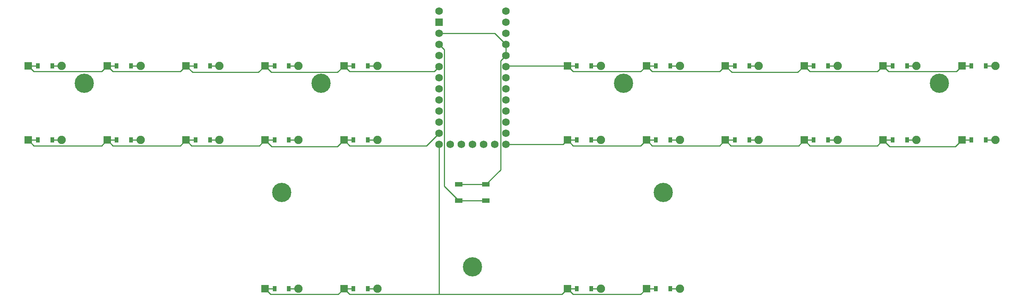
<source format=gbr>
%TF.GenerationSoftware,KiCad,Pcbnew,9.0.0*%
%TF.CreationDate,2025-03-10T18:29:08+01:00*%
%TF.ProjectId,pcb,7063622e-6b69-4636-9164-5f7063625858,v1.0.0*%
%TF.SameCoordinates,Original*%
%TF.FileFunction,Copper,L1,Top*%
%TF.FilePolarity,Positive*%
%FSLAX46Y46*%
G04 Gerber Fmt 4.6, Leading zero omitted, Abs format (unit mm)*
G04 Created by KiCad (PCBNEW 9.0.0) date 2025-03-10 18:29:08*
%MOMM*%
%LPD*%
G01*
G04 APERTURE LIST*
%TA.AperFunction,SMDPad,CuDef*%
%ADD10R,1.800000X1.100000*%
%TD*%
%TA.AperFunction,ComponentPad*%
%ADD11R,1.778000X1.778000*%
%TD*%
%TA.AperFunction,SMDPad,CuDef*%
%ADD12R,0.900000X1.200000*%
%TD*%
%TA.AperFunction,ComponentPad*%
%ADD13C,1.905000*%
%TD*%
%TA.AperFunction,ComponentPad*%
%ADD14C,0.700000*%
%TD*%
%TA.AperFunction,ComponentPad*%
%ADD15C,4.400000*%
%TD*%
%TA.AperFunction,ComponentPad*%
%ADD16R,1.752600X1.752600*%
%TD*%
%TA.AperFunction,ComponentPad*%
%ADD17C,1.752600*%
%TD*%
%TA.AperFunction,Conductor*%
%ADD18C,0.250000*%
%TD*%
G04 APERTURE END LIST*
D10*
%TO.P,B1,1*%
%TO.N,GND*%
X194400000Y-115150000D03*
X200600000Y-115150000D03*
%TO.P,B1,2*%
%TO.N,RST*%
X194400000Y-118850000D03*
X200600000Y-118850000D03*
%TD*%
D11*
%TO.P,D13,1*%
%TO.N,D9*%
X237190000Y-105000000D03*
D12*
X239350000Y-105000000D03*
%TO.P,D13,2*%
%TO.N,index_rbottom*%
X242650000Y-105000000D03*
D13*
X244810000Y-105000000D03*
%TD*%
D11*
%TO.P,D14,1*%
%TO.N,D2*%
X237190000Y-88000000D03*
D12*
X239350000Y-88000000D03*
%TO.P,D14,2*%
%TO.N,index_rtop*%
X242650000Y-88000000D03*
D13*
X244810000Y-88000000D03*
%TD*%
D11*
%TO.P,D5,1*%
%TO.N,D23*%
X132190000Y-105000000D03*
D12*
X134350000Y-105000000D03*
%TO.P,D5,2*%
%TO.N,middle_lbottom*%
X137650000Y-105000000D03*
D13*
X139810000Y-105000000D03*
%TD*%
D11*
%TO.P,D24,1*%
%TO.N,D21*%
X168190000Y-139000000D03*
D12*
X170350000Y-139000000D03*
%TO.P,D24,2*%
%TO.N,inner_lttop*%
X173650000Y-139000000D03*
D13*
X175810000Y-139000000D03*
%TD*%
D14*
%TO.P,_5,1*%
%TO.N,N/C*%
X152350000Y-117000000D03*
X152833274Y-115833274D03*
X152833274Y-118166726D03*
X154000000Y-115350000D03*
D15*
X154000000Y-117000000D03*
D14*
X154000000Y-118650000D03*
X155166726Y-115833274D03*
X155166726Y-118166726D03*
X155650000Y-117000000D03*
%TD*%
D11*
%TO.P,D17,1*%
%TO.N,D9*%
X273190000Y-105000000D03*
D12*
X275350000Y-105000000D03*
%TO.P,D17,2*%
%TO.N,ring_rbottom*%
X278650000Y-105000000D03*
D13*
X280810000Y-105000000D03*
%TD*%
D11*
%TO.P,D1,1*%
%TO.N,D23*%
X96190000Y-105000000D03*
D12*
X98350000Y-105000000D03*
%TO.P,D1,2*%
%TO.N,pinky_lbottom*%
X101650000Y-105000000D03*
D13*
X103810000Y-105000000D03*
%TD*%
D11*
%TO.P,D16,1*%
%TO.N,D2*%
X255190000Y-88000000D03*
D12*
X257350000Y-88000000D03*
%TO.P,D16,2*%
%TO.N,middle_rtop*%
X260650000Y-88000000D03*
D13*
X262810000Y-88000000D03*
%TD*%
D11*
%TO.P,D22,1*%
%TO.N,D2*%
X309190000Y-88000000D03*
D12*
X311350000Y-88000000D03*
%TO.P,D22,2*%
%TO.N,outer_rtop*%
X314650000Y-88000000D03*
D13*
X316810000Y-88000000D03*
%TD*%
D11*
%TO.P,D19,1*%
%TO.N,D9*%
X291190000Y-105000000D03*
D12*
X293350000Y-105000000D03*
%TO.P,D19,2*%
%TO.N,pinky_rbottom*%
X296650000Y-105000000D03*
D13*
X298810000Y-105000000D03*
%TD*%
D11*
%TO.P,D2,1*%
%TO.N,D29*%
X96190000Y-88000000D03*
D12*
X98350000Y-88000000D03*
%TO.P,D2,2*%
%TO.N,pinky_ltop*%
X101650000Y-88000000D03*
D13*
X103810000Y-88000000D03*
%TD*%
D11*
%TO.P,D9,1*%
%TO.N,D23*%
X168190000Y-105000000D03*
D12*
X170350000Y-105000000D03*
%TO.P,D9,2*%
%TO.N,inner_lbottom*%
X173650000Y-105000000D03*
D13*
X175810000Y-105000000D03*
%TD*%
D11*
%TO.P,D20,1*%
%TO.N,D2*%
X291190000Y-88000000D03*
D12*
X293350000Y-88000000D03*
%TO.P,D20,2*%
%TO.N,pinky_rtop*%
X296650000Y-88000000D03*
D13*
X298810000Y-88000000D03*
%TD*%
D11*
%TO.P,D3,1*%
%TO.N,D23*%
X114190000Y-105000000D03*
D12*
X116350000Y-105000000D03*
%TO.P,D3,2*%
%TO.N,ring_lbottom*%
X119650000Y-105000000D03*
D13*
X121810000Y-105000000D03*
%TD*%
D11*
%TO.P,D26,1*%
%TO.N,D21*%
X237190000Y-139000000D03*
D12*
X239350000Y-139000000D03*
%TO.P,D26,2*%
%TO.N,outer_rttop*%
X242650000Y-139000000D03*
D13*
X244810000Y-139000000D03*
%TD*%
D11*
%TO.P,D21,1*%
%TO.N,D9*%
X309190000Y-105000000D03*
D12*
X311350000Y-105000000D03*
%TO.P,D21,2*%
%TO.N,outer_rbottom*%
X314650000Y-105000000D03*
D13*
X316810000Y-105000000D03*
%TD*%
D16*
%TO.P,MCU1,1*%
%TO.N,RAW*%
X189880000Y-78030000D03*
D17*
%TO.P,MCU1,2*%
%TO.N,Dm*%
X189880000Y-75490000D03*
%TO.N,GND*%
X189880000Y-80570000D03*
%TO.P,MCU1,3*%
%TO.N,RST*%
X189880000Y-83110000D03*
%TO.P,MCU1,4*%
%TO.N,VCC*%
X189880000Y-85650000D03*
%TO.P,MCU1,5*%
%TO.N,D29*%
X189880000Y-88190000D03*
%TO.P,MCU1,6*%
%TO.N,D28*%
X189880000Y-90730000D03*
%TO.P,MCU1,7*%
%TO.N,D27*%
X189880000Y-93270000D03*
%TO.P,MCU1,8*%
%TO.N,D26*%
X189880000Y-95810000D03*
%TO.P,MCU1,9*%
%TO.N,D22*%
X189880000Y-98350000D03*
%TO.P,MCU1,10*%
%TO.N,D20*%
X189880000Y-100890000D03*
%TO.P,MCU1,11*%
%TO.N,D23*%
X189880000Y-103430000D03*
%TO.P,MCU1,12*%
%TO.N,D21*%
X189880000Y-105970000D03*
%TO.P,MCU1,13*%
%TO.N,D12*%
X202580000Y-105970000D03*
%TO.P,MCU1,14*%
%TO.N,D13*%
X200040000Y-105970000D03*
%TO.P,MCU1,15*%
%TO.N,D14*%
X197500000Y-105970000D03*
%TO.P,MCU1,16*%
%TO.N,D15*%
X194960000Y-105970000D03*
%TO.P,MCU1,17*%
%TO.N,D16*%
X192420000Y-105970000D03*
%TO.P,MCU1,18*%
%TO.N,Dp*%
X205120000Y-75490000D03*
%TO.P,MCU1,19*%
%TO.N,D0*%
X205120000Y-78030000D03*
%TO.P,MCU1,20*%
%TO.N,D1*%
X205120000Y-80570000D03*
%TO.P,MCU1,21*%
%TO.N,GND*%
X205120000Y-83110000D03*
%TO.P,MCU1,22*%
X205120000Y-85650000D03*
%TO.P,MCU1,23*%
%TO.N,D2*%
X205120000Y-88190000D03*
%TO.P,MCU1,24*%
%TO.N,D3*%
X205120000Y-90730000D03*
%TO.P,MCU1,25*%
%TO.N,D4*%
X205120000Y-93270000D03*
%TO.P,MCU1,26*%
%TO.N,D5*%
X205120000Y-95810000D03*
%TO.P,MCU1,27*%
%TO.N,D6*%
X205120000Y-98350000D03*
%TO.P,MCU1,28*%
%TO.N,D7*%
X205120000Y-100890000D03*
%TO.P,MCU1,29*%
%TO.N,D8*%
X205120000Y-103430000D03*
%TO.P,MCU1,30*%
%TO.N,D9*%
X205120000Y-105970000D03*
%TD*%
D11*
%TO.P,D12,1*%
%TO.N,D2*%
X219190000Y-88000000D03*
D12*
X221350000Y-88000000D03*
%TO.P,D12,2*%
%TO.N,inner_rtop*%
X224650000Y-88000000D03*
D13*
X226810000Y-88000000D03*
%TD*%
D11*
%TO.P,D11,1*%
%TO.N,D9*%
X219190000Y-105000000D03*
D12*
X221350000Y-105000000D03*
%TO.P,D11,2*%
%TO.N,inner_rbottom*%
X224650000Y-105000000D03*
D13*
X226810000Y-105000000D03*
%TD*%
D11*
%TO.P,D15,1*%
%TO.N,D9*%
X255190000Y-105000000D03*
D12*
X257350000Y-105000000D03*
%TO.P,D15,2*%
%TO.N,middle_rbottom*%
X260650000Y-105000000D03*
D13*
X262810000Y-105000000D03*
%TD*%
D11*
%TO.P,D7,1*%
%TO.N,D23*%
X150190000Y-105000000D03*
D12*
X152350000Y-105000000D03*
%TO.P,D7,2*%
%TO.N,index_lbottom*%
X155650000Y-105000000D03*
D13*
X157810000Y-105000000D03*
%TD*%
D11*
%TO.P,D25,1*%
%TO.N,D21*%
X219190000Y-139000000D03*
D12*
X221350000Y-139000000D03*
%TO.P,D25,2*%
%TO.N,inner_rttop*%
X224650000Y-139000000D03*
D13*
X226810000Y-139000000D03*
%TD*%
D14*
%TO.P,_1,1*%
%TO.N,N/C*%
X107350000Y-92000000D03*
X107833274Y-90833274D03*
X107833274Y-93166726D03*
X109000000Y-90350000D03*
D15*
X109000000Y-92000000D03*
D14*
X109000000Y-93650000D03*
X110166726Y-90833274D03*
X110166726Y-93166726D03*
X110650000Y-92000000D03*
%TD*%
%TO.P,_6,1*%
%TO.N,N/C*%
X239350000Y-117000000D03*
X239833274Y-115833274D03*
X239833274Y-118166726D03*
X241000000Y-115350000D03*
D15*
X241000000Y-117000000D03*
D14*
X241000000Y-118650000D03*
X242166726Y-115833274D03*
X242166726Y-118166726D03*
X242650000Y-117000000D03*
%TD*%
D11*
%TO.P,D6,1*%
%TO.N,D29*%
X132190000Y-88000000D03*
D12*
X134350000Y-88000000D03*
%TO.P,D6,2*%
%TO.N,middle_ltop*%
X137650000Y-88000000D03*
D13*
X139810000Y-88000000D03*
%TD*%
D11*
%TO.P,D4,1*%
%TO.N,D29*%
X114190000Y-88000000D03*
D12*
X116350000Y-88000000D03*
%TO.P,D4,2*%
%TO.N,ring_ltop*%
X119650000Y-88000000D03*
D13*
X121810000Y-88000000D03*
%TD*%
D11*
%TO.P,D18,1*%
%TO.N,D2*%
X273190000Y-88000000D03*
D12*
X275350000Y-88000000D03*
%TO.P,D18,2*%
%TO.N,ring_rtop*%
X278650000Y-88000000D03*
D13*
X280810000Y-88000000D03*
%TD*%
D11*
%TO.P,D10,1*%
%TO.N,D29*%
X168190000Y-88000000D03*
D12*
X170350000Y-88000000D03*
%TO.P,D10,2*%
%TO.N,inner_ltop*%
X173650000Y-88000000D03*
D13*
X175810000Y-88000000D03*
%TD*%
D11*
%TO.P,D23,1*%
%TO.N,D21*%
X150190000Y-139000000D03*
D12*
X152350000Y-139000000D03*
%TO.P,D23,2*%
%TO.N,outer_lttop*%
X155650000Y-139000000D03*
D13*
X157810000Y-139000000D03*
%TD*%
D14*
%TO.P,_4,1*%
%TO.N,N/C*%
X302350000Y-92000000D03*
X302833274Y-90833274D03*
X302833274Y-93166726D03*
X304000000Y-90350000D03*
D15*
X304000000Y-92000000D03*
D14*
X304000000Y-93650000D03*
X305166726Y-90833274D03*
X305166726Y-93166726D03*
X305650000Y-92000000D03*
%TD*%
%TO.P,_3,1*%
%TO.N,N/C*%
X230350000Y-92000000D03*
X230833274Y-90833274D03*
X230833274Y-93166726D03*
X232000000Y-90350000D03*
D15*
X232000000Y-92000000D03*
D14*
X232000000Y-93650000D03*
X233166726Y-90833274D03*
X233166726Y-93166726D03*
X233650000Y-92000000D03*
%TD*%
D11*
%TO.P,D8,1*%
%TO.N,D29*%
X150190000Y-88000000D03*
D12*
X152350000Y-88000000D03*
%TO.P,D8,2*%
%TO.N,index_ltop*%
X155650000Y-88000000D03*
D13*
X157810000Y-88000000D03*
%TD*%
D14*
%TO.P,_7,1*%
%TO.N,N/C*%
X195850000Y-134000000D03*
X196333274Y-132833274D03*
X196333274Y-135166726D03*
X197500000Y-132350000D03*
D15*
X197500000Y-134000000D03*
D14*
X197500000Y-135650000D03*
X198666726Y-132833274D03*
X198666726Y-135166726D03*
X199150000Y-134000000D03*
%TD*%
%TO.P,_2,1*%
%TO.N,N/C*%
X161350000Y-92000000D03*
X161833274Y-90833274D03*
X161833274Y-93166726D03*
X163000000Y-90350000D03*
D15*
X163000000Y-92000000D03*
D14*
X163000000Y-93650000D03*
X164166726Y-90833274D03*
X164166726Y-93166726D03*
X164650000Y-92000000D03*
%TD*%
D18*
%TO.N,pinky_lbottom*%
X101650000Y-105000000D02*
X103810000Y-105000000D01*
%TO.N,pinky_ltop*%
X101650000Y-88000000D02*
X103810000Y-88000000D01*
%TO.N,ring_lbottom*%
X119650000Y-105000000D02*
X121810000Y-105000000D01*
%TO.N,ring_ltop*%
X119650000Y-88000000D02*
X121810000Y-88000000D01*
%TO.N,middle_lbottom*%
X137650000Y-105000000D02*
X139810000Y-105000000D01*
%TO.N,middle_ltop*%
X137650000Y-88000000D02*
X139810000Y-88000000D01*
%TO.N,index_lbottom*%
X155650000Y-105000000D02*
X157810000Y-105000000D01*
%TO.N,index_ltop*%
X157810000Y-88000000D02*
X155650000Y-88000000D01*
%TO.N,inner_lbottom*%
X173650000Y-105000000D02*
X175810000Y-105000000D01*
%TO.N,inner_ltop*%
X173650000Y-88000000D02*
X175810000Y-88000000D01*
%TO.N,inner_rbottom*%
X224650000Y-105000000D02*
X226810000Y-105000000D01*
%TO.N,inner_rtop*%
X226810000Y-88000000D02*
X224650000Y-88000000D01*
%TO.N,index_rbottom*%
X242650000Y-105000000D02*
X244810000Y-105000000D01*
%TO.N,index_rtop*%
X244810000Y-88000000D02*
X242650000Y-88000000D01*
%TO.N,middle_rbottom*%
X260650000Y-105000000D02*
X262810000Y-105000000D01*
%TO.N,middle_rtop*%
X262810000Y-88000000D02*
X260650000Y-88000000D01*
%TO.N,ring_rbottom*%
X278650000Y-105000000D02*
X280810000Y-105000000D01*
%TO.N,ring_rtop*%
X280810000Y-88000000D02*
X278650000Y-88000000D01*
%TO.N,pinky_rbottom*%
X296650000Y-105000000D02*
X298810000Y-105000000D01*
%TO.N,pinky_rtop*%
X296650000Y-88000000D02*
X298810000Y-88000000D01*
%TO.N,outer_rbottom*%
X314650000Y-105000000D02*
X316810000Y-105000000D01*
%TO.N,outer_rtop*%
X316810000Y-88000000D02*
X314650000Y-88000000D01*
%TO.N,outer_lttop*%
X155650000Y-139000000D02*
X157810000Y-139000000D01*
%TO.N,inner_lttop*%
X173650000Y-139000000D02*
X175810000Y-139000000D01*
%TO.N,inner_rttop*%
X224650000Y-139000000D02*
X226810000Y-139000000D01*
%TO.N,outer_rttop*%
X242650000Y-139000000D02*
X244810000Y-139000000D01*
%TO.N,D23*%
X150190000Y-105000000D02*
X152350000Y-105000000D01*
X96190000Y-105000000D02*
X97468500Y-106278500D01*
X169468500Y-106278500D02*
X187031500Y-106278500D01*
X151690000Y-106500000D02*
X166690000Y-106500000D01*
X168190000Y-105000000D02*
X170350000Y-105000000D01*
X130911500Y-106278500D02*
X132190000Y-105000000D01*
X132190000Y-105000000D02*
X133468500Y-106278500D01*
X187031500Y-106278500D02*
X189880000Y-103430000D01*
X148911500Y-106278500D02*
X150190000Y-105000000D01*
X114190000Y-105000000D02*
X116350000Y-105000000D01*
X112911500Y-106278500D02*
X114190000Y-105000000D01*
X115468500Y-106278500D02*
X130911500Y-106278500D01*
X97468500Y-106278500D02*
X112911500Y-106278500D01*
X168190000Y-105000000D02*
X169468500Y-106278500D01*
X96190000Y-105000000D02*
X98350000Y-105000000D01*
X150190000Y-105000000D02*
X151690000Y-106500000D01*
X133468500Y-106278500D02*
X148911500Y-106278500D01*
X132190000Y-105000000D02*
X134350000Y-105000000D01*
X166690000Y-106500000D02*
X168190000Y-105000000D01*
X114190000Y-105000000D02*
X115468500Y-106278500D01*
%TO.N,D29*%
X132190000Y-88000000D02*
X133690000Y-89500000D01*
X168190000Y-88000000D02*
X170350000Y-88000000D01*
X114190000Y-88000000D02*
X116350000Y-88000000D01*
X152350000Y-88000000D02*
X150190000Y-88000000D01*
X133690000Y-89500000D02*
X148690000Y-89500000D01*
X130911500Y-89278500D02*
X132190000Y-88000000D01*
X96190000Y-88000000D02*
X98350000Y-88000000D01*
X150190000Y-88000000D02*
X151664000Y-89474000D01*
X169468500Y-89278500D02*
X188791500Y-89278500D01*
X114190000Y-88000000D02*
X115468500Y-89278500D01*
X168190000Y-88000000D02*
X169468500Y-89278500D01*
X188791500Y-89278500D02*
X189880000Y-88190000D01*
X96190000Y-88000000D02*
X97468500Y-89278500D01*
X97468500Y-89278500D02*
X112911500Y-89278500D01*
X115468500Y-89278500D02*
X130911500Y-89278500D01*
X148690000Y-89500000D02*
X150190000Y-88000000D01*
X151664000Y-89474000D02*
X166716000Y-89474000D01*
X112911500Y-89278500D02*
X114190000Y-88000000D01*
X132190000Y-88000000D02*
X134350000Y-88000000D01*
X166716000Y-89474000D02*
X168190000Y-88000000D01*
%TO.N,D9*%
X307690000Y-106500000D02*
X309190000Y-105000000D01*
X238468500Y-106278500D02*
X253911500Y-106278500D01*
X291190000Y-105000000D02*
X293350000Y-105000000D01*
X291190000Y-105000000D02*
X292690000Y-106500000D01*
X219190000Y-105000000D02*
X220468500Y-106278500D01*
X273190000Y-105000000D02*
X275350000Y-105000000D01*
X205120000Y-105970000D02*
X218220000Y-105970000D01*
X220468500Y-106278500D02*
X235911500Y-106278500D01*
X309190000Y-105000000D02*
X311350000Y-105000000D01*
X271911500Y-106278500D02*
X273190000Y-105000000D01*
X255190000Y-105000000D02*
X256468500Y-106278500D01*
X237190000Y-105000000D02*
X238468500Y-106278500D01*
X273190000Y-105000000D02*
X274468500Y-106278500D01*
X237190000Y-105000000D02*
X239350000Y-105000000D01*
X218220000Y-105970000D02*
X219190000Y-105000000D01*
X255190000Y-105000000D02*
X257350000Y-105000000D01*
X289911500Y-106278500D02*
X291190000Y-105000000D01*
X219190000Y-105000000D02*
X221350000Y-105000000D01*
X235911500Y-106278500D02*
X237190000Y-105000000D01*
X274468500Y-106278500D02*
X289911500Y-106278500D01*
X253911500Y-106278500D02*
X255190000Y-105000000D01*
X256468500Y-106278500D02*
X271911500Y-106278500D01*
X292690000Y-106500000D02*
X307690000Y-106500000D01*
%TO.N,D2*%
X293350000Y-88000000D02*
X291190000Y-88000000D01*
X235911500Y-89278500D02*
X237190000Y-88000000D01*
X219190000Y-88000000D02*
X220468500Y-89278500D01*
X238468500Y-89278500D02*
X253911500Y-89278500D01*
X275350000Y-88000000D02*
X273190000Y-88000000D01*
X220468500Y-89278500D02*
X235911500Y-89278500D01*
X237190000Y-88000000D02*
X238468500Y-89278500D01*
X256690000Y-89500000D02*
X271690000Y-89500000D01*
X292468500Y-89278500D02*
X307911500Y-89278500D01*
X253911500Y-89278500D02*
X255190000Y-88000000D01*
X257350000Y-88000000D02*
X255190000Y-88000000D01*
X274468500Y-89278500D02*
X289911500Y-89278500D01*
X273190000Y-88000000D02*
X274468500Y-89278500D01*
X205310000Y-88000000D02*
X205120000Y-88190000D01*
X289911500Y-89278500D02*
X291190000Y-88000000D01*
X255190000Y-88000000D02*
X256690000Y-89500000D01*
X271690000Y-89500000D02*
X273190000Y-88000000D01*
X311350000Y-88000000D02*
X309190000Y-88000000D01*
X221350000Y-88000000D02*
X219190000Y-88000000D01*
X307911500Y-89278500D02*
X309190000Y-88000000D01*
X291190000Y-88000000D02*
X292468500Y-89278500D01*
X219190000Y-88000000D02*
X205310000Y-88000000D01*
X239350000Y-88000000D02*
X237190000Y-88000000D01*
%TO.N,D21*%
X168190000Y-139000000D02*
X169468500Y-140278500D01*
X217911500Y-140278500D02*
X219190000Y-139000000D01*
X219190000Y-139000000D02*
X220468500Y-140278500D01*
X150190000Y-139000000D02*
X152350000Y-139000000D01*
X189880000Y-105970000D02*
X189880000Y-140158500D01*
X219190000Y-139000000D02*
X221350000Y-139000000D01*
X190000000Y-140278500D02*
X217911500Y-140278500D01*
X168190000Y-139000000D02*
X170350000Y-139000000D01*
X150190000Y-139000000D02*
X151468500Y-140278500D01*
X235911500Y-140278500D02*
X237190000Y-139000000D01*
X220468500Y-140278500D02*
X235911500Y-140278500D01*
X189880000Y-140158500D02*
X190000000Y-140278500D01*
X237190000Y-139000000D02*
X239350000Y-139000000D01*
X166911500Y-140278500D02*
X168190000Y-139000000D01*
X169468500Y-140278500D02*
X190000000Y-140278500D01*
X151468500Y-140278500D02*
X166911500Y-140278500D01*
%TO.N,GND*%
X202580000Y-80570000D02*
X205120000Y-83110000D01*
X205120000Y-85650000D02*
X205120000Y-83110000D01*
X189880000Y-80570000D02*
X202580000Y-80570000D01*
X194400000Y-115150000D02*
X200600000Y-115150000D01*
X203917700Y-111832300D02*
X203917700Y-86852300D01*
X203917700Y-86852300D02*
X205120000Y-85650000D01*
X200600000Y-115150000D02*
X203917700Y-111832300D01*
%TO.N,RST*%
X194400000Y-118850000D02*
X200600000Y-118850000D01*
X191082300Y-84312300D02*
X189880000Y-83110000D01*
X191082300Y-115532300D02*
X191082300Y-84312300D01*
X194400000Y-118850000D02*
X191082300Y-115532300D01*
%TD*%
M02*

</source>
